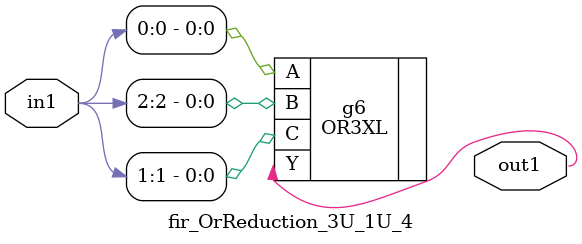
<source format=v>
`timescale 1ps / 1ps


module fir_OrReduction_3U_1U_4(in1, out1);
  input [2:0] in1;
  output out1;
  wire [2:0] in1;
  wire out1;
  OR3XL g6(.A (in1[0]), .B (in1[2]), .C (in1[1]), .Y (out1));
endmodule



</source>
